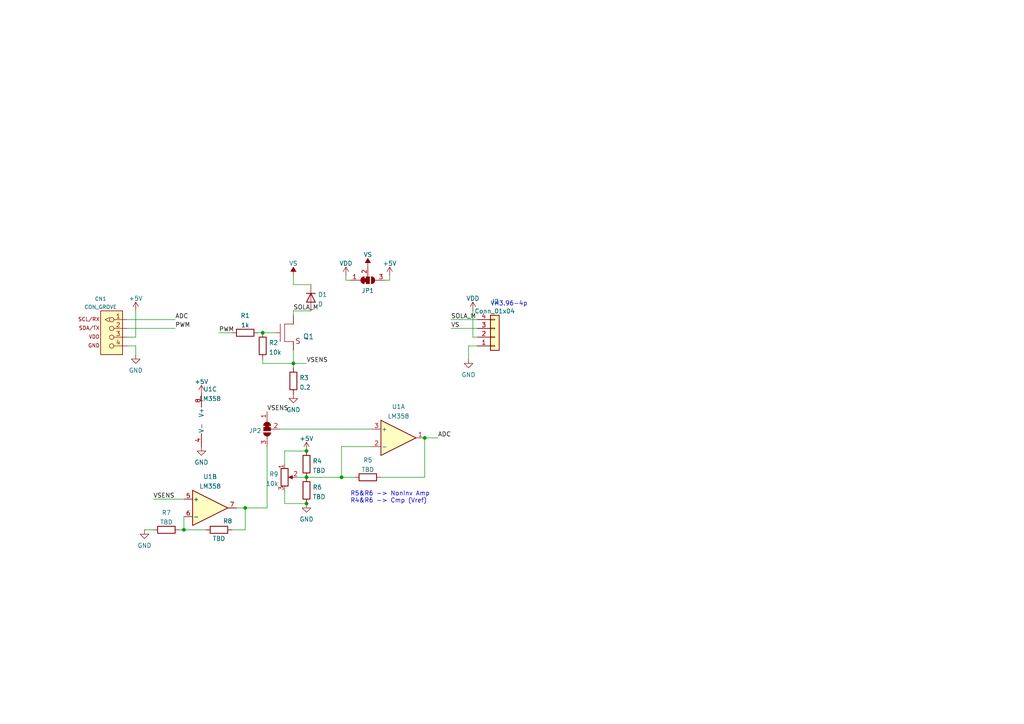
<source format=kicad_sch>
(kicad_sch (version 20211123) (generator eeschema)
  (paper "A4")
  (lib_symbols
    (symbol "Amplifier_Operational:LM358" (pin_names (offset 0.127))
      (property "Reference" "U" (at 0 5.08 0))
      (property "Value" "LM358" (at 0 -5.08 0))
      (symbol "LM358_1_1"
        (polyline (pts (xy -5.08 5.08) (xy 5.08 0) (xy -5.08 -5.08) (xy -5.08 5.08)) (stroke (width 0.254)) (fill (type background)))
        (pin output line (at 7.62 0 180) (length 2.54) (name "~") (number "1"))
        (pin input line (at -7.62 -2.54 0) (length 2.54) (name "-") (number "2"))
        (pin input line (at -7.62 2.54 0) (length 2.54) (name "+") (number "3"))
      )
      (symbol "LM358_2_1"
        (polyline (pts (xy -5.08 5.08) (xy 5.08 0) (xy -5.08 -5.08) (xy -5.08 5.08)) (stroke (width 0.254)) (fill (type background)))
        (pin input line (at -7.62 2.54 0) (length 2.54) (name "+") (number "5"))
        (pin input line (at -7.62 -2.54 0) (length 2.54) (name "-") (number "6"))
        (pin output line (at 7.62 0 180) (length 2.54) (name "~") (number "7"))
      )
      (symbol "LM358_3_1"
        (pin power_in line (at -2.54 -7.62 90) (length 3.81) (name "V-") (number "4"))
        (pin power_in line (at -2.54 7.62 270) (length 3.81) (name "V+") (number "8"))
      )
    )
    (symbol "Connector_Generic:Conn_01x04" (pin_names (offset 1.016) hide)
      (property "Reference" "J" (at 0 5.08 0))
      (property "Value" "Conn_01x04" (at 0 -7.62 0))
      (symbol "Conn_01x04_1_1"
        (rectangle (start -1.27 -4.953) (end 0 -5.207) (stroke (width 0.1524)))
        (rectangle (start -1.27 -2.413) (end 0 -2.667) (stroke (width 0.1524)))
        (rectangle (start -1.27 0.127) (end 0 -0.127) (stroke (width 0.1524)))
        (rectangle (start -1.27 2.667) (end 0 2.413) (stroke (width 0.1524)))
        (rectangle (start -1.27 3.81) (end 1.27 -6.35) (stroke (width 0.254)) (fill (type background)))
        (pin passive line (at -5.08 2.54 0) (length 3.81) (name "Pin_1") (number "1"))
        (pin passive line (at -5.08 0 0) (length 3.81) (name "Pin_2") (number "2"))
        (pin passive line (at -5.08 -2.54 0) (length 3.81) (name "Pin_3") (number "3"))
        (pin passive line (at -5.08 -5.08 0) (length 3.81) (name "Pin_4") (number "4"))
      )
    )
    (symbol "Device:D" (pin_numbers hide) (pin_names (offset 1.016) hide)
      (property "Reference" "D" (at 0 2.54 0))
      (property "Value" "D" (at 0 -2.54 0))
      (symbol "D_0_1"
        (polyline (pts (xy -1.27 1.27) (xy -1.27 -1.27)) (stroke (width 0.254)))
        (polyline (pts (xy 1.27 0) (xy -1.27 0)))
        (polyline (pts (xy 1.27 1.27) (xy 1.27 -1.27) (xy -1.27 0) (xy 1.27 1.27)) (stroke (width 0.254)))
      )
      (symbol "D_1_1"
        (pin passive line (at -3.81 0 0) (length 2.54) (name "K") (number "1"))
        (pin passive line (at 3.81 0 180) (length 2.54) (name "A") (number "2"))
      )
    )
    (symbol "Device:R" (pin_numbers hide) (pin_names (offset 0))
      (property "Reference" "R" (at 2.032 0 90))
      (property "Value" "R" (at 0 0 90))
      (symbol "R_0_1"
        (rectangle (start -1.016 -2.54) (end 1.016 2.54) (stroke (width 0.254)))
      )
      (symbol "R_1_1"
        (pin passive line (at 0 3.81 270) (length 1.27) (name "~") (number "1"))
        (pin passive line (at 0 -3.81 90) (length 1.27) (name "~") (number "2"))
      )
    )
    (symbol "Device:R_Potentiometer" (pin_names (offset 1.016) hide)
      (property "Reference" "RV" (at -4.445 0 90))
      (property "Value" "R_Potentiometer" (at -2.54 0 90))
      (symbol "R_Potentiometer_0_1"
        (polyline (pts (xy 2.54 0) (xy 1.524 0)))
        (polyline (pts (xy 1.143 0) (xy 2.286 0.508) (xy 2.286 -0.508) (xy 1.143 0)) (fill (type outline)))
        (rectangle (start 1.016 2.54) (end -1.016 -2.54) (stroke (width 0.254)))
      )
      (symbol "R_Potentiometer_1_1"
        (pin passive line (at 0 3.81 270) (length 1.27) (name "1") (number "1"))
        (pin passive line (at 3.81 0 180) (length 1.27) (name "2") (number "2"))
        (pin passive line (at 0 -3.81 90) (length 1.27) (name "3") (number "3"))
      )
    )
    (symbol "Jumper:SolderJumper_3_Bridged12" (pin_names (offset 0) hide)
      (property "Reference" "JP" (at -2.54 -2.54 0))
      (property "Value" "SolderJumper_3_Bridged12" (at 0 2.794 0))
      (symbol "SolderJumper_3_Bridged12_0_1"
        (rectangle (start -1.016 0.508) (end -0.508 -0.508) (fill (type outline)))
        (arc (start -1.016 1.016) (mid -2.032 0) (end -1.016 -1.016))
        (arc (start -1.016 1.016) (mid -2.032 0) (end -1.016 -1.016) (fill (type outline)))
        (rectangle (start -0.508 1.016) (end 0.508 -1.016) (fill (type outline)))
        (polyline (pts (xy -2.54 0) (xy -2.032 0)))
        (polyline (pts (xy -1.016 1.016) (xy -1.016 -1.016)))
        (polyline (pts (xy 0 -1.27) (xy 0 -1.016)))
        (polyline (pts (xy 1.016 1.016) (xy 1.016 -1.016)))
        (polyline (pts (xy 2.54 0) (xy 2.032 0)))
        (arc (start 1.016 -1.016) (mid 2.032 0) (end 1.016 1.016))
        (arc (start 1.016 -1.016) (mid 2.032 0) (end 1.016 1.016) (fill (type outline)))
      )
      (symbol "SolderJumper_3_Bridged12_1_1"
        (pin passive line (at -5.08 0 0) (length 2.54) (name "A") (number "1"))
        (pin input line (at 0 -3.81 90) (length 2.54) (name "C") (number "2"))
        (pin passive line (at 5.08 0 180) (length 2.54) (name "B") (number "3"))
      )
    )
    (symbol "akita:CON_GROVE" (pin_names (offset 1.016))
      (property "Reference" "CN" (at 0 3.81 0))
      (property "Value" "CON_GROVE" (at 3.81 -5.08 90))
      (symbol "CON_GROVE_1_0"
        (text "GND" (at 5.334 -5.588 0) (effects (font (size 1.0668 1.0668)) (justify left bottom)))
        (text "SCL/RX" (at 5.334 2.032 0) (effects (font (size 1.0668 1.0668)) (justify left bottom)))
        (text "SDA/TX" (at 5.334 -0.508 0) (effects (font (size 1.0668 1.0668)) (justify left bottom)))
        (text "VDD" (at 5.334 -3.048 0) (effects (font (size 1.0668 1.0668)) (justify left bottom)))
        (pin bidirectional inverted_clock (at -2.54 2.54 0) (length 5.08) (name "1") (number "1"))
        (pin bidirectional inverted (at -2.54 0 0) (length 5.08) (name "2") (number "2"))
        (pin bidirectional inverted (at -2.54 -2.54 0) (length 5.08) (name "3") (number "3"))
        (pin bidirectional inverted (at -2.54 -5.08 0) (length 5.08) (name "4") (number "4"))
      )
      (symbol "CON_GROVE_1_1"
        (rectangle (start -1.27 5.08) (end 5.08 -7.62) (stroke (width 0.2032)) (fill (type background)))
      )
    )
    (symbol "akita:TR_NMOS_IRLML6344" (pin_names (offset 1.016))
      (property "Reference" "Q" (at 3.048 0.508 0))
      (symbol "TR_NMOS_IRLML6344_1_0"
        (polyline (pts (xy -2.54 0) (xy -1.27 0)))
        (polyline (pts (xy -1.27 2.54) (xy -1.27 -2.54)))
        (polyline (pts (xy 0 -2.54) (xy 2.54 -2.54)))
        (polyline (pts (xy 0 2.54) (xy 0 -2.54)))
        (polyline (pts (xy 2.54 2.54) (xy 0 2.54)))
        (text "S" (at 3.048 -3.302 0) (effects (font (size 1.4986 1.4986)) (justify left bottom)))
        (pin bidirectional line (at -2.54 0 0) (length 0) (name "G") (number "1"))
        (pin bidirectional line (at 2.54 -5.08 90) (length 2.54) (name "S") (number "2"))
        (pin bidirectional line (at 2.54 5.08 270) (length 2.54) (name "D") (number "3"))
      )
    )
    (symbol "power:+5V" (power) (pin_names (offset 0))
      (property "Value" "+5V" (at 0 3.556 0))
      (symbol "+5V_0_1"
        (polyline (pts (xy -0.762 1.27) (xy 0 2.54)))
        (polyline (pts (xy 0 0) (xy 0 2.54)))
        (polyline (pts (xy 0 2.54) (xy 0.762 1.27)))
      )
      (symbol "+5V_1_1"
        (pin power_in line (at 0 0 90) (length 0) hide (name "+5V") (number "1"))
      )
    )
    (symbol "power:GND" (power) (pin_names (offset 0))
      (property "Value" "GND" (at 0 -3.81 0))
      (symbol "GND_0_1"
        (polyline (pts (xy 0 0) (xy 0 -1.27) (xy 1.27 -1.27) (xy 0 -2.54) (xy -1.27 -1.27) (xy 0 -1.27)))
      )
      (symbol "GND_1_1"
        (pin power_in line (at 0 0 270) (length 0) hide (name "GND") (number "1"))
      )
    )
    (symbol "power:VDD" (power) (pin_names (offset 0))
      (property "Value" "VDD" (at 0 3.81 0))
      (symbol "VDD_0_1"
        (polyline (pts (xy -0.762 1.27) (xy 0 2.54)))
        (polyline (pts (xy 0 0) (xy 0 2.54)))
        (polyline (pts (xy 0 2.54) (xy 0.762 1.27)))
      )
      (symbol "VDD_1_1"
        (pin power_in line (at 0 0 90) (length 0) hide (name "VDD") (number "1"))
      )
    )
    (symbol "power:VS" (power) (pin_names (offset 0))
      (property "Value" "VS" (at 0 3.81 0))
      (symbol "VS_0_1"
        (polyline (pts (xy 0 0) (xy 0 2.54)))
        (polyline (pts (xy 0.762 1.27) (xy -0.762 1.27) (xy 0 2.54) (xy 0.762 1.27)) (fill (type outline)))
      )
      (symbol "VS_1_1"
        (pin power_in line (at 0 0 90) (length 0) hide (name "VS") (number "1"))
      )
    )
  )
  (junction (at 123.19 127))
  (junction (at 53.34 153.67))
  (junction (at 76.2 96.52))
  (junction (at 88.9 138.43))
  (junction (at 88.9 130.81))
  (junction (at 85.09 105.41))
  (junction (at 88.9 146.05))
  (junction (at 71.12 147.32))
  (junction (at 99.06 138.43))
  (wire (pts (xy 71.12 153.67) (xy 71.12 147.32)))
  (wire (pts (xy 39.37 90.17) (xy 39.37 97.79)))
  (wire (pts (xy 113.03 81.28) (xy 113.03 80.01)))
  (wire (pts (xy 71.12 147.32) (xy 68.58 147.32)))
  (wire (pts (xy 74.93 96.52) (xy 76.2 96.52)))
  (wire (pts (xy 36.83 97.79) (xy 39.37 97.79)))
  (wire (pts (xy 99.06 138.43) (xy 102.87 138.43)))
  (wire (pts (xy 86.36 138.43) (xy 88.9 138.43)))
  (wire (pts (xy 99.06 138.43) (xy 88.9 138.43)))
  (wire (pts (xy 85.09 90.17) (xy 85.09 91.44)))
  (wire (pts (xy 53.34 149.86) (xy 53.34 153.67)))
  (wire (pts (xy 123.19 127) (xy 127 127)))
  (wire (pts (xy 130.81 95.25) (xy 138.43 95.25)))
  (wire (pts (xy 77.47 147.32) (xy 71.12 147.32)))
  (wire (pts (xy 67.31 153.67) (xy 71.12 153.67)))
  (wire (pts (xy 135.89 100.33) (xy 135.89 104.14)))
  (wire (pts (xy 101.6 81.28) (xy 100.33 81.28)))
  (wire (pts (xy 76.2 96.52) (xy 80.01 96.52)))
  (wire (pts (xy 53.34 144.78) (xy 44.45 144.78)))
  (wire (pts (xy 85.09 105.41) (xy 76.2 105.41)))
  (wire (pts (xy 130.81 92.71) (xy 138.43 92.71)))
  (wire (pts (xy 36.83 100.33) (xy 39.37 100.33)))
  (wire (pts (xy 85.09 82.55) (xy 85.09 80.01)))
  (wire (pts (xy 85.09 105.41) (xy 88.9 105.41)))
  (wire (pts (xy 137.16 97.79) (xy 137.16 90.17)))
  (wire (pts (xy 63.5 96.52) (xy 67.31 96.52)))
  (wire (pts (xy 123.19 138.43) (xy 123.19 127)))
  (wire (pts (xy 88.9 146.05) (xy 82.55 146.05)))
  (wire (pts (xy 82.55 146.05) (xy 82.55 142.24)))
  (wire (pts (xy 85.09 90.17) (xy 90.17 90.17)))
  (wire (pts (xy 111.76 81.28) (xy 113.03 81.28)))
  (wire (pts (xy 100.33 81.28) (xy 100.33 80.01)))
  (wire (pts (xy 90.17 82.55) (xy 85.09 82.55)))
  (wire (pts (xy 36.83 95.25) (xy 50.8 95.25)))
  (wire (pts (xy 81.28 124.46) (xy 107.95 124.46)))
  (wire (pts (xy 82.55 130.81) (xy 82.55 134.62)))
  (wire (pts (xy 85.09 106.68) (xy 85.09 105.41)))
  (wire (pts (xy 52.07 153.67) (xy 53.34 153.67)))
  (wire (pts (xy 85.09 105.41) (xy 85.09 101.6)))
  (wire (pts (xy 88.9 130.81) (xy 82.55 130.81)))
  (wire (pts (xy 99.06 129.54) (xy 99.06 138.43)))
  (wire (pts (xy 76.2 105.41) (xy 76.2 104.14)))
  (wire (pts (xy 138.43 97.79) (xy 137.16 97.79)))
  (wire (pts (xy 110.49 138.43) (xy 123.19 138.43)))
  (wire (pts (xy 53.34 153.67) (xy 59.69 153.67)))
  (wire (pts (xy 77.47 129.54) (xy 77.47 147.32)))
  (wire (pts (xy 36.83 92.71) (xy 50.8 92.71)))
  (wire (pts (xy 138.43 100.33) (xy 135.89 100.33)))
  (wire (pts (xy 41.91 153.67) (xy 44.45 153.67)))
  (wire (pts (xy 39.37 100.33) (xy 39.37 102.87)))
  (wire (pts (xy 107.95 129.54) (xy 99.06 129.54)))
  (text "R5&R6 -> NonInv Amp\nR4&R6 -> Cmp (Vref)" (at 101.6 146.05 0) (effects (font (size 1.27 1.27)) (justify left bottom)))
  (text "VH3.96-4p" (at 142.24 88.9 0) (effects (font (size 1.27 1.27)) (justify left bottom)))
  (label "SOLA_M" (at 85.09 90.17 0))
  (label "ADC" (at 127 127 0))
  (label "VS" (at 130.81 95.25 0))
  (label "ADC" (at 50.8 92.71 0))
  (label "SOLA_M" (at 130.81 92.71 0))
  (label "VSENS" (at 77.47 119.38 0))
  (label "VSENS" (at 88.9 105.41 0))
  (label "PWM" (at 63.5 96.52 0))
  (label "PWM" (at 50.8 95.25 0))
  (label "VSENS" (at 44.45 144.78 0))
  (symbol (lib_id "power:GND") (at 88.9 146.05 0) (unit 1)
    (property "Reference" "#PWR011" (effects hide))
    (property "Value" "GND" (at 88.9 150.6125 0))
  )
  (symbol (lib_id "power:+5V") (at 113.03 80.01 0) (unit 1)
    (property "Reference" "#PWR01" (effects hide))
    (property "Value" "+5V" (at 113.03 76.4055 0))
  )
  (symbol (lib_id "Device:R") (at 76.2 100.33 180) (unit 1)
    (property "Reference" "R2" (at 77.978 99.4215 0) (effects (justify right)))
    (property "Value" "10k" (at 77.978 102.1966 0) (effects (justify right)))
    (property "Footprint" "Resistor_SMD:R_0603_1608Metric" (effects hide))
  )
  (symbol (lib_id "Device:R") (at 106.68 138.43 270) (unit 1)
    (property "Reference" "R5" (at 106.68 133.4475 90))
    (property "Value" "TBD" (at 106.68 136.2226 90))
    (property "Footprint" "Resistor_SMD:R_0603_1608Metric" (effects hide))
  )
  (symbol (lib_id "Device:R_Potentiometer") (at 82.55 138.43 0) (unit 1)
    (property "Reference" "R9" (at 80.7721 137.5215 0) (effects (justify right)))
    (property "Value" "10k" (at 80.7721 140.2966 0) (effects (justify right)))
    (property "Footprint" "akita:Potentiometer_Bourns_3223W" (effects hide))
  )
  (symbol (lib_id "akita:TR_NMOS_IRLML6344") (at 82.55 96.52 0) (unit 1)
    (property "Reference" "Q1" (at 87.8474 97.6066 0) (effects (font (size 1.4986 1.4986)) (justify left)))
    (property "Value" "TR_NMOS_IRLML6344" (effects hide))
    (property "Footprint" "Package_TO_SOT_SMD:SOT-23" (effects hide))
  )
  (symbol (lib_id "power:VS") (at 85.09 80.01 0) (unit 1)
    (property "Reference" "#PWR06" (effects hide))
    (property "Value" "VS" (at 85.09 76.4055 0))
  )
  (symbol (lib_id "Device:R") (at 48.26 153.67 270) (unit 1)
    (property "Reference" "R7" (at 48.26 148.6875 90))
    (property "Value" "TBD" (at 48.26 151.4626 90))
    (property "Footprint" "Resistor_SMD:R_0603_1608Metric" (effects hide))
  )
  (symbol (lib_id "Device:R") (at 63.5 153.67 270) (unit 1)
    (property "Reference" "R8" (at 66.04 151.13 90))
    (property "Value" "TBD" (at 63.5 156.21 90))
    (property "Footprint" "Resistor_SMD:R_0603_1608Metric" (effects hide))
  )
  (symbol (lib_id "power:GND") (at 85.09 114.3 0) (unit 1)
    (property "Reference" "#PWR012" (effects hide))
    (property "Value" "GND" (at 85.09 118.8625 0))
  )
  (symbol (lib_id "akita:CON_GROVE") (at 34.29 95.25 0) (mirror y) (unit 1)
    (property "Reference" "CN1" (at 29.1687 86.6806 0) (effects (font (size 1.0668 1.0668))))
    (property "Value" "CON_GROVE" (at 29.1687 89.0523 0) (effects (font (size 1.0668 1.0668))))
    (property "Footprint" "akita:CON_GROVE_H" (effects hide))
  )
  (symbol (lib_id "Device:R") (at 85.09 110.49 180) (unit 1)
    (property "Reference" "R3" (at 86.868 109.5815 0) (effects (justify right)))
    (property "Value" "0.2" (at 86.868 112.3566 0) (effects (justify right)))
    (property "Footprint" "Resistor_SMD:R_1206_3216Metric" (effects hide))
  )
  (symbol (lib_id "power:+5V") (at 88.9 130.81 0) (unit 1)
    (property "Reference" "#PWR010" (effects hide))
    (property "Value" "+5V" (at 88.9 127.2055 0))
  )
  (symbol (lib_id "Connector_Generic:Conn_01x04") (at 143.51 97.79 0) (mirror x) (unit 1)
    (property "Reference" "J2" (at 143.51 87.4735 0))
    (property "Value" "Conn_01x04" (at 143.51 90.2486 0))
    (property "Footprint" "Connector_JST:JST_VH_S4P-VH_1x04_P3.96mm_Horizontal" (effects hide))
  )
  (symbol (lib_id "power:VS") (at 106.68 77.47 0) (unit 1)
    (property "Reference" "#PWR02" (effects hide))
    (property "Value" "VS" (at 106.68 73.8655 0))
  )
  (symbol (lib_id "Jumper:SolderJumper_3_Bridged12") (at 106.68 81.28 0) (mirror x) (unit 1)
    (property "Reference" "JP1" (at 106.68 84.3185 0))
    (property "Value" "SolderJumper_3_Bridged12" (effects hide))
    (property "Footprint" "Jumper:SolderJumper-3_P1.3mm_Bridged2Bar12_Pad1.0x1.5mm" (effects hide))
  )
  (symbol (lib_id "Amplifier_Operational:LM358") (at 115.57 127 0) (unit 1)
    (property "Reference" "U1" (at 115.57 117.9535 0))
    (property "Value" "LM358" (at 115.57 120.7286 0))
    (property "Footprint" "Package_SO:SO-8_5.3x6.2mm_P1.27mm" (effects hide))
    (property "Datasheet" "http://www.ti.com/lit/ds/symlink/lm2904-n.pdf" (effects hide))
  )
  (symbol (lib_id "power:VDD") (at 100.33 80.01 0) (unit 1)
    (property "Reference" "#PWR05" (effects hide))
    (property "Value" "VDD" (at 100.33 76.4055 0))
  )
  (symbol (lib_id "power:VDD") (at 137.16 90.17 0) (unit 1)
    (property "Reference" "#PWR020" (effects hide))
    (property "Value" "VDD" (at 137.16 86.5655 0))
  )
  (symbol (lib_id "Device:D") (at 90.17 86.36 270) (unit 1)
    (property "Reference" "D1" (at 92.202 85.4515 90) (effects (justify left)))
    (property "Value" "D" (at 92.202 88.2266 90) (effects (justify left)))
    (property "Footprint" "Diode_SMD:D_SOD-123F" (effects hide))
  )
  (symbol (lib_id "Device:R") (at 88.9 142.24 180) (unit 1)
    (property "Reference" "R6" (at 90.678 141.3315 0) (effects (justify right)))
    (property "Value" "TBD" (at 90.678 144.1066 0) (effects (justify right)))
    (property "Footprint" "Resistor_SMD:R_0603_1608Metric" (effects hide))
  )
  (symbol (lib_id "power:GND") (at 58.42 129.54 0) (unit 1)
    (property "Reference" "#PWR09" (effects hide))
    (property "Value" "GND" (at 58.42 134.1025 0))
  )
  (symbol (lib_id "power:GND") (at 39.37 102.87 0) (unit 1)
    (property "Reference" "#PWR04" (effects hide))
    (property "Value" "GND" (at 39.37 107.4325 0))
  )
  (symbol (lib_id "power:+5V") (at 58.42 114.3 0) (unit 1)
    (property "Reference" "#PWR07" (effects hide))
    (property "Value" "+5V" (at 58.42 110.6955 0))
  )
  (symbol (lib_id "Amplifier_Operational:LM358") (at 60.96 121.92 0) (unit 3)
    (property "Reference" "U1" (at 60.96 112.8735 0))
    (property "Value" "LM358" (at 60.96 115.6486 0))
    (property "Footprint" "Package_SO:SO-8_5.3x6.2mm_P1.27mm" (effects hide))
    (property "Datasheet" "http://www.ti.com/lit/ds/symlink/lm2904-n.pdf" (effects hide))
  )
  (symbol (lib_id "power:GND") (at 41.91 153.67 0) (unit 1)
    (property "Reference" "#PWR08" (effects hide))
    (property "Value" "GND" (at 41.91 158.2325 0))
  )
  (symbol (lib_id "Device:R") (at 88.9 134.62 180) (unit 1)
    (property "Reference" "R4" (at 90.678 133.7115 0) (effects (justify right)))
    (property "Value" "TBD" (at 90.678 136.4866 0) (effects (justify right)))
    (property "Footprint" "Resistor_SMD:R_0603_1608Metric" (effects hide))
  )
  (symbol (lib_id "power:+5V") (at 39.37 90.17 0) (unit 1)
    (property "Reference" "#PWR03" (effects hide))
    (property "Value" "+5V" (at 39.37 86.5655 0))
  )
  (symbol (lib_id "Device:R") (at 71.12 96.52 90) (unit 1)
    (property "Reference" "R1" (at 71.12 91.5375 90))
    (property "Value" "1k" (at 71.12 94.3126 90))
    (property "Footprint" "Resistor_SMD:R_0603_1608Metric" (effects hide))
  )
  (symbol (lib_id "Jumper:SolderJumper_3_Bridged12") (at 77.47 124.46 90) (mirror x) (unit 1)
    (property "Reference" "JP2" (at 75.819 124.939 90) (effects (justify left)))
    (property "Value" "SolderJumper_3_Bridged12" (effects hide))
    (property "Footprint" "Jumper:SolderJumper-3_P1.3mm_Bridged2Bar12_Pad1.0x1.5mm" (effects hide))
  )
  (symbol (lib_id "power:GND") (at 135.89 104.14 0) (unit 1)
    (property "Reference" "#PWR019" (effects hide))
    (property "Value" "GND" (at 135.89 108.7025 0))
  )
  (symbol (lib_id "Amplifier_Operational:LM358") (at 60.96 147.32 0) (unit 2)
    (property "Reference" "U1" (at 60.96 138.2735 0))
    (property "Value" "LM358" (at 60.96 141.0486 0))
    (property "Footprint" "Package_SO:SO-8_5.3x6.2mm_P1.27mm" (effects hide))
    (property "Datasheet" "http://www.ti.com/lit/ds/symlink/lm2904-n.pdf" (effects hide))
  )
)
</source>
